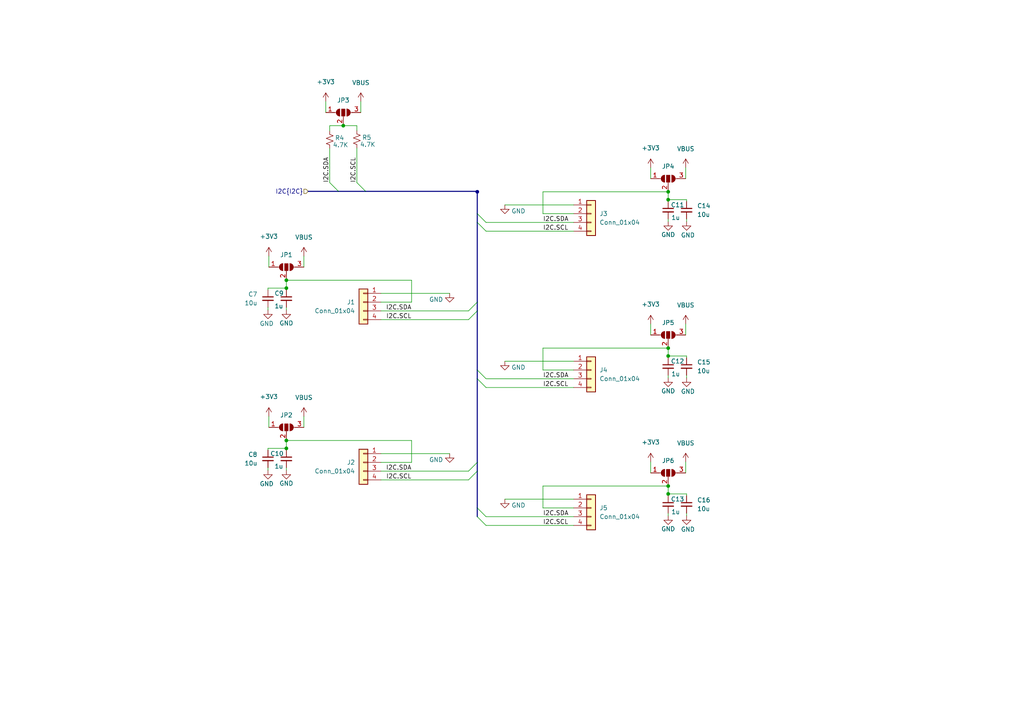
<source format=kicad_sch>
(kicad_sch (version 20211123) (generator eeschema)
  (paper "A4")
  (lib_symbols
    (symbol "Connector_Generic:Conn_01x04" (pin_names (offset 1.016) hide)
      (property "Reference" "J" (at 0 5.08 0))
      (property "Value" "Conn_01x04" (at 0 -7.62 0))
      (symbol "Conn_01x04_1_1"
        (rectangle (start -1.27 -4.953) (end 0 -5.207) (stroke (width 0.1524)))
        (rectangle (start -1.27 -2.413) (end 0 -2.667) (stroke (width 0.1524)))
        (rectangle (start -1.27 0.127) (end 0 -0.127) (stroke (width 0.1524)))
        (rectangle (start -1.27 2.667) (end 0 2.413) (stroke (width 0.1524)))
        (rectangle (start -1.27 3.81) (end 1.27 -6.35) (stroke (width 0.254)) (fill (type background)))
        (pin passive line (at -5.08 2.54 0) (length 3.81) (name "Pin_1") (number "1"))
        (pin passive line (at -5.08 0 0) (length 3.81) (name "Pin_2") (number "2"))
        (pin passive line (at -5.08 -2.54 0) (length 3.81) (name "Pin_3") (number "3"))
        (pin passive line (at -5.08 -5.08 0) (length 3.81) (name "Pin_4") (number "4"))
      )
    )
    (symbol "Device:C_Small" (pin_numbers hide) (pin_names (offset 0.254) hide)
      (property "Reference" "C" (at 0.254 1.778 0))
      (property "Value" "C_Small" (at 0.254 -2.032 0))
      (symbol "C_Small_0_1"
        (polyline (pts (xy -1.524 -0.508) (xy 1.524 -0.508)) (stroke (width 0.3302)))
        (polyline (pts (xy -1.524 0.508) (xy 1.524 0.508)) (stroke (width 0.3048)))
      )
      (symbol "C_Small_1_1"
        (pin passive line (at 0 2.54 270) (length 2.032) (name "~") (number "1"))
        (pin passive line (at 0 -2.54 90) (length 2.032) (name "~") (number "2"))
      )
    )
    (symbol "Device:R_Small_US" (pin_numbers hide) (pin_names (offset 0.254) hide)
      (property "Reference" "R" (at 0.762 0.508 0))
      (property "Value" "R_Small_US" (at 0.762 -1.016 0))
      (symbol "R_Small_US_1_1"
        (polyline (pts (xy 0 0) (xy 1.016 -0.381) (xy 0 -0.762) (xy -1.016 -1.143) (xy 0 -1.524)))
        (polyline (pts (xy 0 1.524) (xy 1.016 1.143) (xy 0 0.762) (xy -1.016 0.381) (xy 0 0)))
        (pin passive line (at 0 2.54 270) (length 1.016) (name "~") (number "1"))
        (pin passive line (at 0 -2.54 90) (length 1.016) (name "~") (number "2"))
      )
    )
    (symbol "Jumper:SolderJumper_3_Open" (pin_names (offset 0) hide)
      (property "Reference" "JP" (at -2.54 -2.54 0))
      (property "Value" "SolderJumper_3_Open" (at 0 2.794 0))
      (symbol "SolderJumper_3_Open_0_1"
        (arc (start -1.016 1.016) (mid -2.032 0) (end -1.016 -1.016))
        (arc (start -1.016 1.016) (mid -2.032 0) (end -1.016 -1.016) (fill (type outline)))
        (rectangle (start -0.508 1.016) (end 0.508 -1.016) (fill (type outline)))
        (polyline (pts (xy -2.54 0) (xy -2.032 0)))
        (polyline (pts (xy -1.016 1.016) (xy -1.016 -1.016)))
        (polyline (pts (xy 0 -1.27) (xy 0 -1.016)))
        (polyline (pts (xy 1.016 1.016) (xy 1.016 -1.016)))
        (polyline (pts (xy 2.54 0) (xy 2.032 0)))
        (arc (start 1.016 -1.016) (mid 2.032 0) (end 1.016 1.016))
        (arc (start 1.016 -1.016) (mid 2.032 0) (end 1.016 1.016) (fill (type outline)))
      )
      (symbol "SolderJumper_3_Open_1_1"
        (pin passive line (at -5.08 0 0) (length 2.54) (name "A") (number "1"))
        (pin passive line (at 0 -3.81 90) (length 2.54) (name "C") (number "2"))
        (pin passive line (at 5.08 0 180) (length 2.54) (name "B") (number "3"))
      )
    )
    (symbol "power:+3V3" (power) (pin_names (offset 0))
      (property "Value" "+3V3" (at 0 3.556 0))
      (symbol "+3V3_0_1"
        (polyline (pts (xy -0.762 1.27) (xy 0 2.54)))
        (polyline (pts (xy 0 0) (xy 0 2.54)))
        (polyline (pts (xy 0 2.54) (xy 0.762 1.27)))
      )
      (symbol "+3V3_1_1"
        (pin power_in line (at 0 0 90) (length 0) hide (name "+3V3") (number "1"))
      )
    )
    (symbol "power:GND" (power) (pin_names (offset 0))
      (property "Value" "GND" (at 0 -3.81 0))
      (symbol "GND_0_1"
        (polyline (pts (xy 0 0) (xy 0 -1.27) (xy 1.27 -1.27) (xy 0 -2.54) (xy -1.27 -1.27) (xy 0 -1.27)))
      )
      (symbol "GND_1_1"
        (pin power_in line (at 0 0 270) (length 0) hide (name "GND") (number "1"))
      )
    )
    (symbol "power:VBUS" (power) (pin_names (offset 0))
      (property "Value" "VBUS" (at 0 3.81 0))
      (symbol "VBUS_0_1"
        (polyline (pts (xy -0.762 1.27) (xy 0 2.54)))
        (polyline (pts (xy 0 0) (xy 0 2.54)))
        (polyline (pts (xy 0 2.54) (xy 0.762 1.27)))
      )
      (symbol "VBUS_1_1"
        (pin power_in line (at 0 0 90) (length 0) hide (name "VBUS") (number "1"))
      )
    )
  )
  (junction (at 193.802 103.251))
  (junction (at 193.802 100.965))
  (junction (at 138.43 55.626))
  (junction (at 193.802 140.97))
  (junction (at 83.058 83.566))
  (junction (at 83.058 130.048))
  (junction (at 83.058 127.762))
  (junction (at 193.802 57.912))
  (junction (at 83.058 81.28))
  (junction (at 193.802 55.626))
  (junction (at 99.568 36.449))
  (junction (at 193.802 143.256))
  (bus_entry (at 140.97 149.86) (size -2.54 -2.54))
  (bus_entry (at 103.505 52.959) (size 2.54 2.54))
  (bus_entry (at 98.171 55.499) (size -2.54 -2.54))
  (bus_entry (at 135.89 136.652) (size 2.54 -2.54))
  (bus_entry (at 140.97 67.056) (size -2.54 -2.54))
  (bus_entry (at 135.89 139.192) (size 2.54 -2.54))
  (bus_entry (at 140.97 109.855) (size -2.54 -2.54))
  (bus_entry (at 135.89 92.71) (size 2.54 -2.54))
  (bus_entry (at 135.89 90.17) (size 2.54 -2.54))
  (bus_entry (at 140.97 152.4) (size -2.54 -2.54))
  (bus_entry (at 140.97 64.516) (size -2.54 -2.54))
  (bus_entry (at 140.97 112.395) (size -2.54 -2.54))
  (wire (pts (xy 157.48 140.97) (xy 157.48 147.32)))
  (wire (pts (xy 119.38 127.762) (xy 83.058 127.762)))
  (wire (pts (xy 77.724 89.916) (xy 77.724 89.154)))
  (wire (pts (xy 198.882 93.98) (xy 198.882 97.155)))
  (wire (pts (xy 83.058 83.566) (xy 77.724 83.566)))
  (wire (pts (xy 103.505 42.926) (xy 103.505 52.959)))
  (wire (pts (xy 88.138 120.777) (xy 88.138 123.952)))
  (wire (pts (xy 103.505 37.846) (xy 103.505 36.449)))
  (bus (pts (xy 138.43 87.63) (xy 138.43 90.17)))
  (wire (pts (xy 95.631 43.053) (xy 95.631 52.959)))
  (wire (pts (xy 119.38 81.28) (xy 119.38 87.63)))
  (wire (pts (xy 77.978 120.777) (xy 77.978 123.952)))
  (wire (pts (xy 193.802 100.965) (xy 193.802 103.251)))
  (wire (pts (xy 95.631 36.449) (xy 95.631 37.973)))
  (wire (pts (xy 199.136 109.601) (xy 199.136 108.839)))
  (wire (pts (xy 77.724 83.566) (xy 77.724 84.074)))
  (bus (pts (xy 138.43 55.626) (xy 138.43 61.976)))
  (wire (pts (xy 77.978 74.295) (xy 77.978 77.47)))
  (bus (pts (xy 89.408 55.499) (xy 98.171 55.499)))
  (wire (pts (xy 94.488 29.464) (xy 94.488 32.639)))
  (wire (pts (xy 193.802 58.42) (xy 193.802 57.912)))
  (wire (pts (xy 199.136 57.912) (xy 199.136 58.42)))
  (bus (pts (xy 106.045 55.499) (xy 138.43 55.499)))
  (wire (pts (xy 199.136 149.606) (xy 199.136 148.844)))
  (wire (pts (xy 83.058 84.074) (xy 83.058 83.566)))
  (bus (pts (xy 138.43 90.17) (xy 138.43 107.315)))
  (wire (pts (xy 188.722 48.641) (xy 188.722 51.816)))
  (wire (pts (xy 199.136 64.262) (xy 199.136 63.5)))
  (wire (pts (xy 199.136 143.256) (xy 199.136 143.764)))
  (wire (pts (xy 157.48 100.965) (xy 193.802 100.965)))
  (wire (pts (xy 110.49 87.63) (xy 119.38 87.63)))
  (wire (pts (xy 157.48 100.965) (xy 157.48 107.315)))
  (wire (pts (xy 110.49 131.572) (xy 130.429 131.572)))
  (wire (pts (xy 193.802 143.764) (xy 193.802 143.256)))
  (wire (pts (xy 135.89 139.192) (xy 110.49 139.192)))
  (bus (pts (xy 138.43 134.112) (xy 138.43 136.652)))
  (wire (pts (xy 166.37 107.315) (xy 157.48 107.315)))
  (bus (pts (xy 98.171 55.499) (xy 106.045 55.499)))
  (wire (pts (xy 140.97 149.86) (xy 166.37 149.86)))
  (wire (pts (xy 166.37 147.32) (xy 157.48 147.32)))
  (wire (pts (xy 83.058 130.048) (xy 77.724 130.048)))
  (wire (pts (xy 103.505 36.449) (xy 99.568 36.449)))
  (wire (pts (xy 110.49 85.09) (xy 130.429 85.09)))
  (wire (pts (xy 166.37 61.976) (xy 157.48 61.976)))
  (bus (pts (xy 138.43 136.652) (xy 138.43 147.32)))
  (wire (pts (xy 77.724 130.048) (xy 77.724 130.556)))
  (wire (pts (xy 193.802 149.606) (xy 193.802 148.844)))
  (wire (pts (xy 199.136 103.251) (xy 199.136 103.759)))
  (wire (pts (xy 193.802 64.262) (xy 193.802 63.5)))
  (wire (pts (xy 157.48 55.626) (xy 193.802 55.626)))
  (wire (pts (xy 83.058 89.916) (xy 83.058 89.154)))
  (wire (pts (xy 193.802 55.626) (xy 193.802 57.912)))
  (bus (pts (xy 138.43 64.516) (xy 138.43 87.63)))
  (wire (pts (xy 83.058 130.556) (xy 83.058 130.048)))
  (wire (pts (xy 119.38 127.762) (xy 119.38 134.112)))
  (wire (pts (xy 198.882 48.641) (xy 198.882 51.816)))
  (wire (pts (xy 193.802 140.97) (xy 193.802 143.256)))
  (wire (pts (xy 140.97 152.4) (xy 166.37 152.4)))
  (wire (pts (xy 110.49 134.112) (xy 119.38 134.112)))
  (wire (pts (xy 166.37 144.78) (xy 146.431 144.78)))
  (wire (pts (xy 193.802 143.256) (xy 199.136 143.256)))
  (wire (pts (xy 135.89 136.652) (xy 110.49 136.652)))
  (wire (pts (xy 157.48 55.626) (xy 157.48 61.976)))
  (wire (pts (xy 188.722 93.98) (xy 188.722 97.155)))
  (wire (pts (xy 83.058 81.28) (xy 83.058 83.566)))
  (wire (pts (xy 140.97 64.516) (xy 166.37 64.516)))
  (wire (pts (xy 135.89 92.71) (xy 110.49 92.71)))
  (bus (pts (xy 138.43 107.315) (xy 138.43 109.855)))
  (wire (pts (xy 166.37 104.775) (xy 146.431 104.775)))
  (wire (pts (xy 77.724 136.398) (xy 77.724 135.636)))
  (wire (pts (xy 140.97 112.395) (xy 166.37 112.395)))
  (wire (pts (xy 104.648 29.464) (xy 104.648 32.639)))
  (wire (pts (xy 166.37 59.436) (xy 146.431 59.436)))
  (wire (pts (xy 193.802 103.759) (xy 193.802 103.251)))
  (wire (pts (xy 193.802 103.251) (xy 199.136 103.251)))
  (wire (pts (xy 198.882 133.985) (xy 198.882 137.16)))
  (wire (pts (xy 83.058 127.762) (xy 83.058 130.048)))
  (wire (pts (xy 193.802 109.601) (xy 193.802 108.839)))
  (wire (pts (xy 140.97 109.855) (xy 166.37 109.855)))
  (bus (pts (xy 138.43 109.855) (xy 138.43 134.112)))
  (wire (pts (xy 193.802 57.912) (xy 199.136 57.912)))
  (wire (pts (xy 88.138 74.295) (xy 88.138 77.47)))
  (bus (pts (xy 138.43 61.976) (xy 138.43 64.516)))
  (wire (pts (xy 83.058 136.398) (xy 83.058 135.636)))
  (wire (pts (xy 140.97 67.056) (xy 166.37 67.056)))
  (wire (pts (xy 99.568 36.449) (xy 95.631 36.449)))
  (wire (pts (xy 119.38 81.28) (xy 83.058 81.28)))
  (wire (pts (xy 135.89 90.17) (xy 110.49 90.17)))
  (wire (pts (xy 157.48 140.97) (xy 193.802 140.97)))
  (bus (pts (xy 138.43 149.86) (xy 138.43 147.32)))
  (wire (pts (xy 188.722 133.985) (xy 188.722 137.16)))
  (label "I2C.SDA" (at 157.48 64.516 0))
  (label "I2C.SDA" (at 157.48 109.855 0))
  (label "I2C.SDA" (at 119.38 136.652 180))
  (label "I2C.SCL" (at 157.48 152.4 0))
  (label "I2C.SCL" (at 119.38 92.71 180))
  (label "I2C.SCL" (at 157.48 112.395 0))
  (label "I2C.SDA" (at 119.38 90.17 180))
  (label "I2C.SCL" (at 157.48 67.056 0))
  (label "I2C.SDA" (at 95.631 52.959 90))
  (label "I2C.SCL" (at 103.505 52.959 90))
  (label "I2C.SCL" (at 119.38 139.192 180))
  (label "I2C.SDA" (at 157.48 149.86 0))
  (hierarchical_label "I2C{I2C}" (shape input) (at 89.408 55.499 180))
  (symbol (lib_id "power:GND") (at 193.802 149.606 0) (unit 1)
    (property "Reference" "#PWR032" (effects hide))
    (property "Value" "GND" (at 193.802 153.416 0))
  )
  (symbol (lib_id "power:GND") (at 193.802 109.601 0) (unit 1)
    (property "Reference" "#PWR031" (effects hide))
    (property "Value" "GND" (at 193.802 113.411 0))
  )
  (symbol (lib_id "power:GND") (at 146.431 144.78 0) (unit 1)
    (property "Reference" "#PWR026" (effects hide))
    (property "Value" "GND" (at 150.368 146.558 0))
  )
  (symbol (lib_id "Jumper:SolderJumper_3_Open") (at 99.568 32.639 0) (unit 1)
    (property "Reference" "JP3" (at 99.568 29.083 0))
    (property "Value" "SolderJumper_3_Open" (effects hide))
    (property "Footprint" "Jumper:SolderJumper-3_P2.0mm_Open_TrianglePad1.0x1.5mm_NumberLabels" (effects hide))
  )
  (symbol (lib_id "Connector_Generic:Conn_01x04") (at 105.41 134.112 0) (mirror y) (unit 1)
    (property "Reference" "J2" (at 102.997 134.1119 0) (effects (justify left)))
    (property "Value" "Conn_01x04" (at 102.997 136.6519 0) (effects (justify left)))
    (property "Footprint" "Connector_JST:JST_SH_BM04B-SRSS-TB_1x04-1MP_P1.00mm_Vertical" (effects hide))
  )
  (symbol (lib_id "power:+3V3") (at 77.978 74.295 0) (unit 1)
    (property "Reference" "#PWR014" (effects hide))
    (property "Value" "+3V3" (at 77.978 68.58 0))
  )
  (symbol (lib_id "power:+3V3") (at 77.978 120.777 0) (unit 1)
    (property "Reference" "#PWR015" (effects hide))
    (property "Value" "+3V3" (at 77.978 115.062 0))
  )
  (symbol (lib_id "Connector_Generic:Conn_01x04") (at 105.41 87.63 0) (mirror y) (unit 1)
    (property "Reference" "J1" (at 102.997 87.6299 0) (effects (justify left)))
    (property "Value" "Conn_01x04" (at 102.997 90.1699 0) (effects (justify left)))
    (property "Footprint" "Connector_JST:JST_SH_BM04B-SRSS-TB_1x04-1MP_P1.00mm_Vertical" (effects hide))
  )
  (symbol (lib_id "power:GND") (at 130.429 85.09 0) (mirror y) (unit 1)
    (property "Reference" "#PWR022" (effects hide))
    (property "Value" "GND" (at 126.492 86.868 0))
  )
  (symbol (lib_id "power:GND") (at 83.058 136.398 0) (mirror y) (unit 1)
    (property "Reference" "#PWR017" (effects hide))
    (property "Value" "GND" (at 83.058 140.208 0))
  )
  (symbol (lib_id "power:GND") (at 199.136 109.601 0) (unit 1)
    (property "Reference" "#PWR037" (effects hide))
    (property "Value" "GND" (at 199.517 113.538 0))
  )
  (symbol (lib_id "power:VBUS") (at 198.882 48.641 0) (unit 1)
    (property "Reference" "#PWR033" (effects hide))
    (property "Value" "VBUS" (at 198.882 43.18 0))
  )
  (symbol (lib_id "Device:C_Small") (at 193.802 60.96 0) (unit 1)
    (property "Reference" "C11" (at 194.564 59.436 0) (effects (justify left)))
    (property "Value" "1u" (at 194.691 63.119 0) (effects (justify left)))
    (property "Footprint" "Capacitor_SMD:C_0805_2012Metric" (effects hide))
  )
  (symbol (lib_id "Device:C_Small") (at 77.724 86.614 0) (mirror y) (unit 1)
    (property "Reference" "C7" (at 74.676 85.3502 0) (effects (justify left)))
    (property "Value" "10u" (at 74.676 87.8902 0) (effects (justify left)))
    (property "Footprint" "Capacitor_SMD:C_0805_2012Metric" (effects hide))
  )
  (symbol (lib_id "power:GND") (at 199.136 64.262 0) (unit 1)
    (property "Reference" "#PWR036" (effects hide))
    (property "Value" "GND" (at 199.517 68.199 0))
  )
  (symbol (lib_id "power:+3V3") (at 188.722 48.641 0) (unit 1)
    (property "Reference" "#PWR027" (effects hide))
    (property "Value" "+3V3" (at 188.722 42.926 0))
  )
  (symbol (lib_id "power:VBUS") (at 88.138 74.295 0) (unit 1)
    (property "Reference" "#PWR018" (effects hide))
    (property "Value" "VBUS" (at 88.138 68.834 0))
  )
  (symbol (lib_id "Device:C_Small") (at 193.802 146.304 0) (unit 1)
    (property "Reference" "C13" (at 194.564 144.78 0) (effects (justify left)))
    (property "Value" "1u" (at 194.691 148.463 0) (effects (justify left)))
    (property "Footprint" "Capacitor_SMD:C_0805_2012Metric" (effects hide))
  )
  (symbol (lib_id "Jumper:SolderJumper_3_Open") (at 193.802 51.816 0) (unit 1)
    (property "Reference" "JP4" (at 193.802 48.26 0))
    (property "Value" "SolderJumper_3_Open" (effects hide))
    (property "Footprint" "Jumper:SolderJumper-3_P2.0mm_Open_TrianglePad1.0x1.5mm_NumberLabels" (effects hide))
  )
  (symbol (lib_id "Connector_Generic:Conn_01x04") (at 171.45 61.976 0) (unit 1)
    (property "Reference" "J3" (at 173.863 61.9759 0) (effects (justify left)))
    (property "Value" "Conn_01x04" (at 173.863 64.5159 0) (effects (justify left)))
    (property "Footprint" "Connector_JST:JST_SH_BM04B-SRSS-TB_1x04-1MP_P1.00mm_Vertical" (effects hide))
  )
  (symbol (lib_id "power:GND") (at 77.724 89.916 0) (mirror y) (unit 1)
    (property "Reference" "#PWR012" (effects hide))
    (property "Value" "GND" (at 77.343 93.853 0))
  )
  (symbol (lib_id "Device:C_Small") (at 83.058 133.096 0) (mirror y) (unit 1)
    (property "Reference" "C10" (at 82.296 131.572 0) (effects (justify left)))
    (property "Value" "1u" (at 82.169 135.255 0) (effects (justify left)))
    (property "Footprint" "Capacitor_SMD:C_0805_2012Metric" (effects hide))
  )
  (symbol (lib_id "Connector_Generic:Conn_01x04") (at 171.45 107.315 0) (unit 1)
    (property "Reference" "J4" (at 173.863 107.3149 0) (effects (justify left)))
    (property "Value" "Conn_01x04" (at 173.863 109.8549 0) (effects (justify left)))
    (property "Footprint" "Connector_JST:JST_SH_BM04B-SRSS-TB_1x04-1MP_P1.00mm_Vertical" (effects hide))
  )
  (symbol (lib_id "power:GND") (at 146.431 59.436 0) (unit 1)
    (property "Reference" "#PWR024" (effects hide))
    (property "Value" "GND" (at 150.368 61.214 0))
  )
  (symbol (lib_id "power:VBUS") (at 104.648 29.464 0) (unit 1)
    (property "Reference" "#PWR021" (effects hide))
    (property "Value" "VBUS" (at 104.648 24.003 0))
  )
  (symbol (lib_id "Device:C_Small") (at 199.136 146.304 0) (unit 1)
    (property "Reference" "C16" (at 202.184 145.0402 0) (effects (justify left)))
    (property "Value" "10u" (at 202.184 147.5802 0) (effects (justify left)))
    (property "Footprint" "Capacitor_SMD:C_0805_2012Metric" (effects hide))
  )
  (symbol (lib_id "Jumper:SolderJumper_3_Open") (at 193.802 137.16 0) (unit 1)
    (property "Reference" "JP6" (at 193.802 133.604 0))
    (property "Value" "SolderJumper_3_Open" (effects hide))
    (property "Footprint" "Jumper:SolderJumper-3_P2.0mm_Open_TrianglePad1.0x1.5mm_NumberLabels" (effects hide))
  )
  (symbol (lib_id "Jumper:SolderJumper_3_Open") (at 193.802 97.155 0) (unit 1)
    (property "Reference" "JP5" (at 193.802 93.599 0))
    (property "Value" "SolderJumper_3_Open" (effects hide))
    (property "Footprint" "Jumper:SolderJumper-3_P2.0mm_Open_TrianglePad1.0x1.5mm_NumberLabels" (effects hide))
  )
  (symbol (lib_id "Device:C_Small") (at 83.058 86.614 0) (mirror y) (unit 1)
    (property "Reference" "C9" (at 82.296 85.09 0) (effects (justify left)))
    (property "Value" "1u" (at 82.169 88.773 0) (effects (justify left)))
    (property "Footprint" "Capacitor_SMD:C_0805_2012Metric" (effects hide))
  )
  (symbol (lib_id "power:GND") (at 83.058 89.916 0) (mirror y) (unit 1)
    (property "Reference" "#PWR016" (effects hide))
    (property "Value" "GND" (at 83.058 93.726 0))
  )
  (symbol (lib_id "power:GND") (at 146.431 104.775 0) (unit 1)
    (property "Reference" "#PWR025" (effects hide))
    (property "Value" "GND" (at 150.368 106.553 0))
  )
  (symbol (lib_id "Device:C_Small") (at 77.724 133.096 0) (mirror y) (unit 1)
    (property "Reference" "C8" (at 74.676 131.8322 0) (effects (justify left)))
    (property "Value" "10u" (at 74.676 134.3722 0) (effects (justify left)))
    (property "Footprint" "Capacitor_SMD:C_0805_2012Metric" (effects hide))
  )
  (symbol (lib_id "power:VBUS") (at 198.882 93.98 0) (unit 1)
    (property "Reference" "#PWR034" (effects hide))
    (property "Value" "VBUS" (at 198.882 88.519 0))
  )
  (symbol (lib_id "Device:C_Small") (at 193.802 106.299 0) (unit 1)
    (property "Reference" "C12" (at 194.564 104.775 0) (effects (justify left)))
    (property "Value" "1u" (at 194.691 108.458 0) (effects (justify left)))
    (property "Footprint" "Capacitor_SMD:C_0805_2012Metric" (effects hide))
  )
  (symbol (lib_id "Jumper:SolderJumper_3_Open") (at 83.058 77.47 0) (unit 1)
    (property "Reference" "JP1" (at 83.058 73.914 0))
    (property "Value" "SolderJumper_3_Open" (effects hide))
    (property "Footprint" "Jumper:SolderJumper-3_P2.0mm_Open_TrianglePad1.0x1.5mm_NumberLabels" (effects hide))
  )
  (symbol (lib_id "power:VBUS") (at 198.882 133.985 0) (unit 1)
    (property "Reference" "#PWR035" (effects hide))
    (property "Value" "VBUS" (at 198.882 128.524 0))
  )
  (symbol (lib_id "power:GND") (at 193.802 64.262 0) (unit 1)
    (property "Reference" "#PWR030" (effects hide))
    (property "Value" "GND" (at 193.802 68.072 0))
  )
  (symbol (lib_id "power:+3V3") (at 188.722 133.985 0) (unit 1)
    (property "Reference" "#PWR029" (effects hide))
    (property "Value" "+3V3" (at 188.722 128.27 0))
  )
  (symbol (lib_id "power:GND") (at 77.724 136.398 0) (mirror y) (unit 1)
    (property "Reference" "#PWR013" (effects hide))
    (property "Value" "GND" (at 77.343 140.335 0))
  )
  (symbol (lib_id "Connector_Generic:Conn_01x04") (at 171.45 147.32 0) (unit 1)
    (property "Reference" "J5" (at 173.863 147.3199 0) (effects (justify left)))
    (property "Value" "Conn_01x04" (at 173.863 149.8599 0) (effects (justify left)))
    (property "Footprint" "Connector_JST:JST_SH_BM04B-SRSS-TB_1x04-1MP_P1.00mm_Vertical" (effects hide))
  )
  (symbol (lib_id "Device:C_Small") (at 199.136 106.299 0) (unit 1)
    (property "Reference" "C15" (at 202.184 105.0352 0) (effects (justify left)))
    (property "Value" "10u" (at 202.184 107.5752 0) (effects (justify left)))
    (property "Footprint" "Capacitor_SMD:C_0805_2012Metric" (effects hide))
  )
  (symbol (lib_id "Device:R_Small_US") (at 95.631 40.513 0) (unit 1)
    (property "Reference" "R4" (at 97.155 40.005 0) (effects (justify left)))
    (property "Value" "4.7K" (at 96.52 42.037 0) (effects (justify left)))
    (property "Footprint" "Resistor_SMD:R_0805_2012Metric" (effects hide))
  )
  (symbol (lib_id "power:GND") (at 199.136 149.606 0) (unit 1)
    (property "Reference" "#PWR038" (effects hide))
    (property "Value" "GND" (at 199.517 153.543 0))
  )
  (symbol (lib_id "Device:R_Small_US") (at 103.505 40.386 0) (unit 1)
    (property "Reference" "R5" (at 105.029 39.878 0) (effects (justify left)))
    (property "Value" "4.7K" (at 104.394 41.91 0) (effects (justify left)))
    (property "Footprint" "Resistor_SMD:R_0805_2012Metric" (effects hide))
  )
  (symbol (lib_id "Device:C_Small") (at 199.136 60.96 0) (unit 1)
    (property "Reference" "C14" (at 202.184 59.6962 0) (effects (justify left)))
    (property "Value" "10u" (at 202.184 62.2362 0) (effects (justify left)))
    (property "Footprint" "Capacitor_SMD:C_0805_2012Metric" (effects hide))
  )
  (symbol (lib_id "power:GND") (at 130.429 131.572 0) (mirror y) (unit 1)
    (property "Reference" "#PWR023" (effects hide))
    (property "Value" "GND" (at 126.492 133.35 0))
  )
  (symbol (lib_id "power:+3V3") (at 188.722 93.98 0) (unit 1)
    (property "Reference" "#PWR028" (effects hide))
    (property "Value" "+3V3" (at 188.722 88.265 0))
  )
  (symbol (lib_id "Jumper:SolderJumper_3_Open") (at 83.058 123.952 0) (unit 1)
    (property "Reference" "JP2" (at 83.058 120.396 0))
    (property "Value" "SolderJumper_3_Open" (effects hide))
    (property "Footprint" "Jumper:SolderJumper-3_P2.0mm_Open_TrianglePad1.0x1.5mm_NumberLabels" (effects hide))
  )
  (symbol (lib_id "power:VBUS") (at 88.138 120.777 0) (unit 1)
    (property "Reference" "#PWR019" (effects hide))
    (property "Value" "VBUS" (at 88.138 115.316 0))
  )
  (symbol (lib_id "power:+3V3") (at 94.488 29.464 0) (unit 1)
    (property "Reference" "#PWR020" (effects hide))
    (property "Value" "+3V3" (at 94.488 23.749 0))
  )
)
</source>
